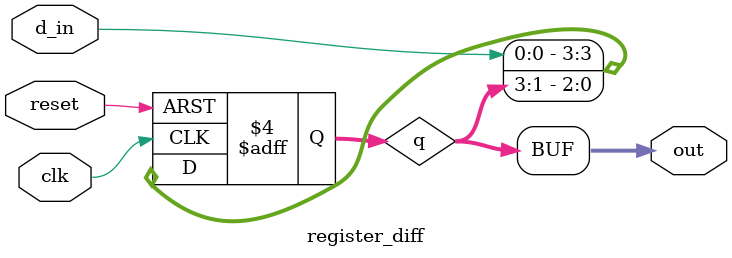
<source format=v>
module  register_diff(out, d_in, clk, reset); // 직렬 입력 - 병렬 출력

    input d_in, clk, reset;
    output reg [3:0] out;

    reg [3:0] q;

    always @ (posedge clk, negedge reset)
    begin
        if (!reset)
        begin
            q <= 0;
        end
        else
        begin
            q[0] <= q[1];
            q[1] <= q[2];
            q[2] <= q[3];
            q[3] <= d_in;
        end
    end

    always @(q) out = q;

endmodule

</source>
